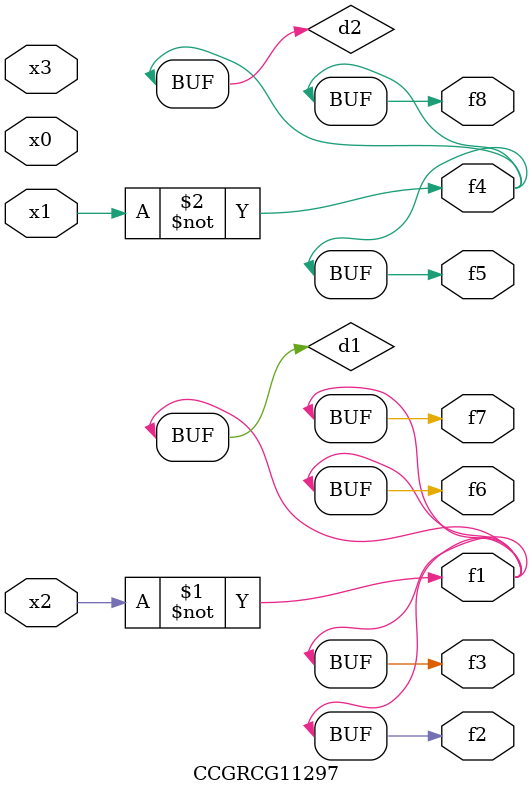
<source format=v>
module CCGRCG11297(
	input x0, x1, x2, x3,
	output f1, f2, f3, f4, f5, f6, f7, f8
);

	wire d1, d2;

	xnor (d1, x2);
	not (d2, x1);
	assign f1 = d1;
	assign f2 = d1;
	assign f3 = d1;
	assign f4 = d2;
	assign f5 = d2;
	assign f6 = d1;
	assign f7 = d1;
	assign f8 = d2;
endmodule

</source>
